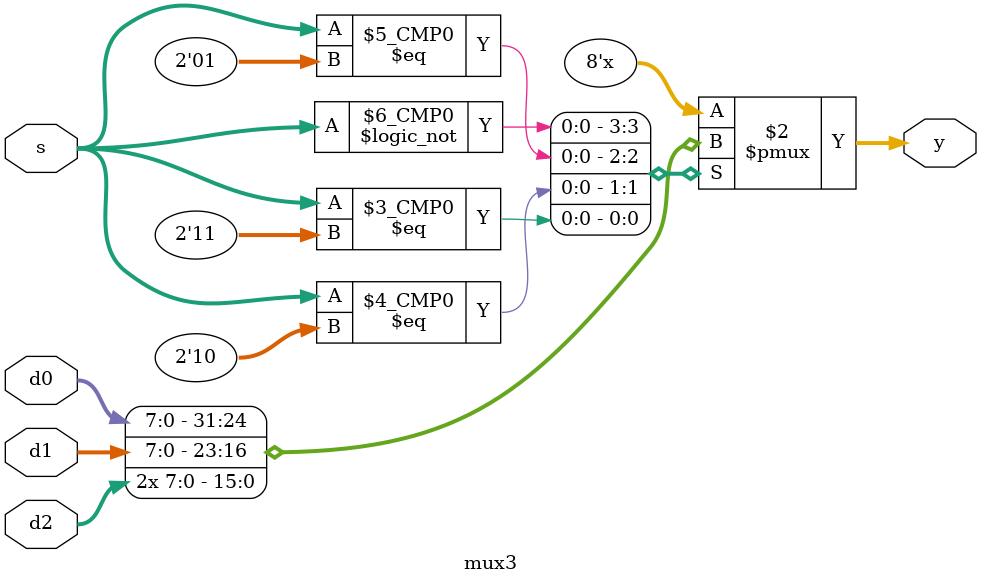
<source format=sv>
module mux3 #(parameter WIDTH = 8)
  (input       [WIDTH-1:0] d0, d1, d2,
   input       [1:0]       s, 	// s[1] s[0]
   output logic[WIDTH-1:0] y);

  // fill in guts (combinational -- assign or always_comb, use =)
  //  s[1]  s[0]  y
  //  0     0    d0
  //  0     1	   d1
  //  1     0    d2
  //  1     1	   d2
  always_comb begin
    case(s)
      2'b00: y = d0;
      2'b01: y = d1;
      2'b10: y = d2;
      2'b11: y = d2;
    endcase
  end

endmodule
</source>
